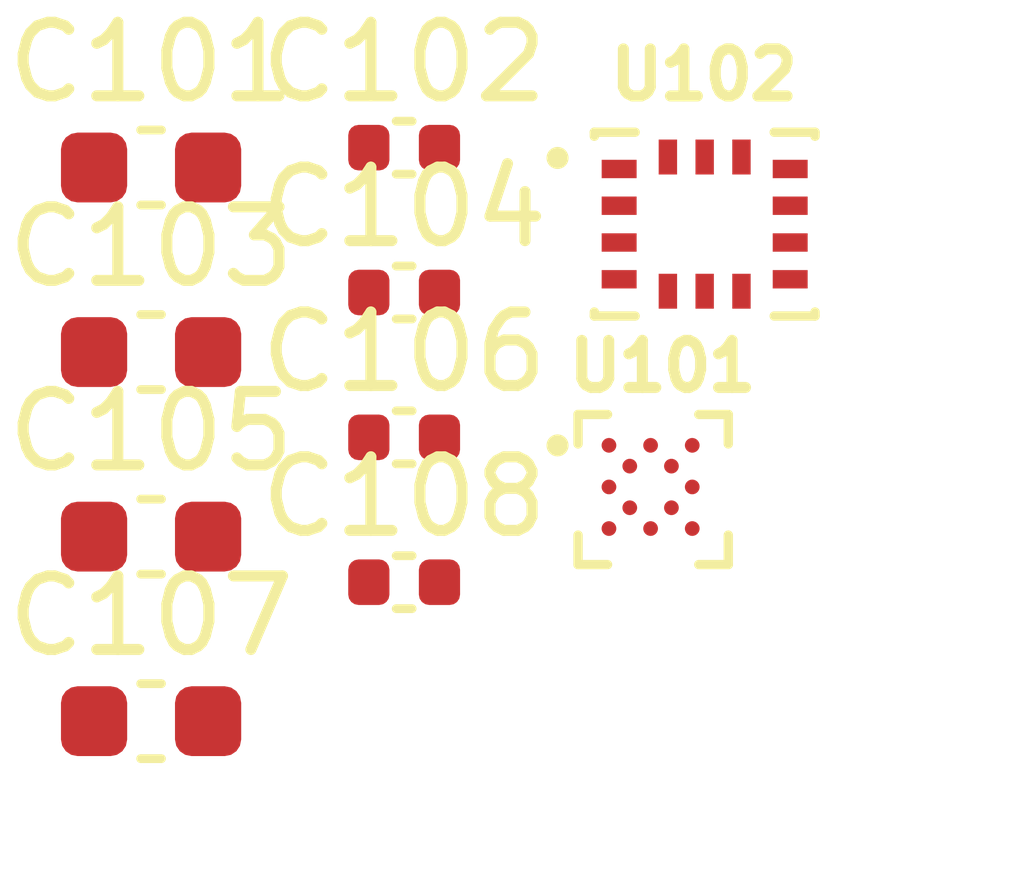
<source format=kicad_pcb>
(kicad_pcb (version 20241229) (generator "pcbnew") (generator_version "9.0")
  (layers (0 "F.Cu" signal) (2 "B.Cu" signal) (13 "F.Paste" user) (15 "B.Paste" user) (5 "F.SilkS" user "F.Silkscreen") (7 "B.SilkS" user "B.Silkscreen") (1 "F.Mask" user) (3 "B.Mask" user) (25 "Edge.Cuts" user))
  (net 0 "")
  (net 1 "GND")
  (net 2 "VDD")
  (net 3 "/SCL")
  (net 4 "/SDA")
  (footprint "Capacitor_SMD:C_0402_1005Metric" (layer "F.Cu") (at 103.515 85.2505)
    (property "Reference" "C102" (at 0 -1.16 0) (layer "F.SilkS"))
    (property "Value" "100nF")
    (fp_line (start -0.107836 -0.36) (end 0.107836 -0.36) (stroke (width 0.12)) (layer "F.SilkS"))
    (fp_line (start -0.107836 0.36) (end 0.107836 0.36) (stroke (width 0.12)) (layer "F.SilkS"))
    (pad "1" smd roundrect (at -0.48 0) (size 0.56 0.62) (layers "F.Cu" "F.Mask" "F.Paste") (net 2 "VDD"))
    (pad "2" smd roundrect (at 0.48 0) (size 0.56 0.62) (layers "F.Cu" "F.Mask" "F.Paste") (net 1 "GND"))
  )
  (footprint "Capacitor_SMD:C_0402_1005Metric" (layer "F.Cu") (at 103.515 89.1905)
    (property "Reference" "C106" (at 0 -1.16 0) (layer "F.SilkS"))
    (property "Value" "100nF")
    (fp_line (start -0.107836 -0.36) (end 0.107836 -0.36) (stroke (width 0.12)) (layer "F.SilkS"))
    (fp_line (start -0.107836 0.36) (end 0.107836 0.36) (stroke (width 0.12)) (layer "F.SilkS"))
    (pad "1" smd roundrect (at -0.48 0) (size 0.56 0.62) (layers "F.Cu" "F.Mask" "F.Paste") (net 2 "VDD"))
    (pad "2" smd roundrect (at 0.48 0) (size 0.56 0.62) (layers "F.Cu" "F.Mask" "F.Paste") (net 1 "GND"))
  )
  (footprint "Capacitor_SMD:C_0402_1005Metric" (layer "F.Cu") (at 103.515 87.2205)
    (property "Reference" "C104" (at 0 -1.16 0) (layer "F.SilkS"))
    (property "Value" "100nF")
    (fp_line (start -0.107836 -0.36) (end 0.107836 -0.36) (stroke (width 0.12)) (layer "F.SilkS"))
    (fp_line (start -0.107836 0.36) (end 0.107836 0.36) (stroke (width 0.12)) (layer "F.SilkS"))
    (pad "1" smd roundrect (at -0.48 0) (size 0.56 0.62) (layers "F.Cu" "F.Mask" "F.Paste") (net 2 "VDD"))
    (pad "2" smd roundrect (at 0.48 0) (size 0.56 0.62) (layers "F.Cu" "F.Mask" "F.Paste") (net 1 "GND"))
  )
  (footprint "WOBCLibrary:XDCR_BMM150" (layer "F.Cu") (at 106.9 89.9)
    (property "Reference" "U101" (at 0.127 -1.6764 0) (layer "F.SilkS") (effects (font (size 0.64 0.64))))
    (property "Value" "BMM150")
    (fp_line (start -1.021 -1.021) (end -1.021 -0.62) (stroke (width 0.127)) (layer "F.SilkS"))
    (fp_line (start -1.021 1.021) (end -1.021 0.62) (stroke (width 0.127)) (layer "F.SilkS"))
    (fp_line (start -0.62 -1.021) (end -1.021 -1.021) (stroke (width 0.127)) (layer "F.SilkS"))
    (fp_line (start -0.62 1.021) (end -1.021 1.021) (stroke (width 0.127)) (layer "F.SilkS"))
    (fp_line (start 0.62 -1.021) (end 1.021 -1.021) (stroke (width 0.127)) (layer "F.SilkS"))
    (fp_line (start 0.62 1.021) (end 1.021 1.021) (stroke (width 0.127)) (layer "F.SilkS"))
    (fp_line (start 1.021 -1.021) (end 1.021 -0.62) (stroke (width 0.127)) (layer "F.SilkS"))
    (fp_line (start 1.021 1.021) (end 1.021 0.62) (stroke (width 0.127)) (layer "F.SilkS"))
    (fp_circle (center -1.3 -0.6) (end -1.225 -0.6) (stroke (width 0.15)) (fill no) (layer "F.SilkS"))
    (pad "A1" smd circle (at -0.601 -0.601) (size 0.2 0.2) (layers "F.Cu" "F.Mask" "F.Paste") (net 2 "VDD"))
    (pad "A3" smd circle (at -0.035 -0.601) (size 0.2 0.2) (layers "F.Cu" "F.Mask" "F.Paste") (net 3 "/SCL"))
    (pad "A5" smd circle (at 0.531 -0.601) (size 0.2 0.2) (layers "F.Cu" "F.Mask" "F.Paste") (net 1 "GND"))
    (pad "B2" smd circle (at -0.318 -0.318) (size 0.2 0.2) (layers "F.Cu" "F.Mask" "F.Paste") (net 2 "VDD"))
    (pad "B4" smd circle (at 0.248 -0.318) (size 0.2 0.2) (layers "F.Cu" "F.Mask" "F.Paste") (net 4 "/SDA"))
    (pad "C1" smd circle (at -0.601 -0.035) (size 0.2 0.2) (layers "F.Cu" "F.Mask" "F.Paste") (net 1 "GND"))
    (pad "C5" smd circle (at 0.531 -0.035) (size 0.2 0.2) (layers "F.Cu" "F.Mask" "F.Paste") (net 1 "GND"))
    (pad "D2" smd circle (at -0.318 0.248) (size 0.2 0.2) (layers "F.Cu" "F.Mask" "F.Paste"))
    (pad "D4" smd circle (at 0.248 0.248) (size 0.2 0.2) (layers "F.Cu" "F.Mask" "F.Paste"))
    (pad "E1" smd circle (at -0.601 0.531) (size 0.2 0.2) (layers "F.Cu" "F.Mask" "F.Paste") (net 1 "GND"))
    (pad "E3" smd circle (at -0.035 0.531) (size 0.2 0.2) (layers "F.Cu" "F.Mask" "F.Paste") (net 1 "GND"))
    (pad "E5" smd circle (at 0.531 0.531) (size 0.2 0.2) (layers "F.Cu" "F.Mask" "F.Paste") (net 2 "VDD"))
  )
  (footprint "Capacitor_SMD:C_0603_1608Metric" (layer "F.Cu") (at 100.075 90.5405)
    (property "Reference" "C105" (at 0 -1.43 0) (layer "F.SilkS"))
    (property "Value" "10uF")
    (fp_line (start -0.14058 -0.51) (end 0.14058 -0.51) (stroke (width 0.12)) (layer "F.SilkS"))
    (fp_line (start -0.14058 0.51) (end 0.14058 0.51) (stroke (width 0.12)) (layer "F.SilkS"))
    (pad "1" smd roundrect (at -0.775 0) (size 0.9 0.95) (layers "F.Cu" "F.Mask" "F.Paste") (net 2 "VDD"))
    (pad "2" smd roundrect (at 0.775 0) (size 0.9 0.95) (layers "F.Cu" "F.Mask" "F.Paste") (net 1 "GND"))
  )
  (footprint "WOBCLibrary:XDCR_BMI270" (layer "F.Cu") (at 107.6 86.2905)
    (property "Reference" "U102" (at -0.008 -2.0314 0) (layer "F.SilkS") (effects (font (size 0.64 0.64))))
    (property "Value" "BMI270")
    (fp_line (start -1.5 -1.25) (end -1.5 -1.195) (stroke (width 0.127)) (layer "F.SilkS"))
    (fp_line (start -1.5 -1.25) (end -0.945 -1.25) (stroke (width 0.127)) (layer "F.SilkS"))
    (fp_line (start -1.5 1.195) (end -1.5 1.25) (stroke (width 0.127)) (layer "F.SilkS"))
    (fp_line (start -1.5 1.25) (end -0.945 1.25) (stroke (width 0.127)) (layer "F.SilkS"))
    (fp_line (start 0.945 -1.25) (end 1.5 -1.25) (stroke (width 0.127)) (layer "F.SilkS"))
    (fp_line (start 0.945 1.25) (end 1.5 1.25) (stroke (width 0.127)) (layer "F.SilkS"))
    (fp_line (start 1.5 -1.25) (end 1.5 -1.195) (stroke (width 0.127)) (layer "F.SilkS"))
    (fp_line (start 1.5 1.195) (end 1.5 1.25) (stroke (width 0.127)) (layer "F.SilkS"))
    (fp_circle (center -2 -0.9) (end -1.925 -0.9) (stroke (width 0.15)) (fill no) (layer "F.SilkS"))
    (pad "1" smd rect (at -1.1625 -0.75) (size 0.475 0.25) (layers "F.Cu" "F.Mask" "F.Paste") (net 1 "GND"))
    (pad "2" smd rect (at -1.1625 -0.25) (size 0.475 0.25) (layers "F.Cu" "F.Mask" "F.Paste") (net 2 "VDD"))
    (pad "3" smd rect (at -1.1625 0.25) (size 0.475 0.25) (layers "F.Cu" "F.Mask" "F.Paste") (net 2 "VDD"))
    (pad "4" smd rect (at -1.1625 0.75) (size 0.475 0.25) (layers "F.Cu" "F.Mask" "F.Paste"))
    (pad "5" smd rect (at -0.5 0.9125) (size 0.25 0.475) (layers "F.Cu" "F.Mask" "F.Paste") (net 2 "VDD"))
    (pad "6" smd rect (at 0 0.9125) (size 0.25 0.475) (layers "F.Cu" "F.Mask" "F.Paste") (net 1 "GND"))
    (pad "7" smd rect (at 0.5 0.9125) (size 0.25 0.475) (layers "F.Cu" "F.Mask" "F.Paste") (net 1 "GND"))
    (pad "8" smd rect (at 1.1625 0.75) (size 0.475 0.25) (layers "F.Cu" "F.Mask" "F.Paste") (net 2 "VDD"))
    (pad "9" smd rect (at 1.1625 0.25) (size 0.475 0.25) (layers "F.Cu" "F.Mask" "F.Paste"))
    (pad "10" smd rect (at 1.1625 -0.25) (size 0.475 0.25) (layers "F.Cu" "F.Mask" "F.Paste"))
    (pad "11" smd rect (at 1.1625 -0.75) (size 0.475 0.25) (layers "F.Cu" "F.Mask" "F.Paste"))
    (pad "12" smd rect (at 0.5 -0.9125) (size 0.25 0.475) (layers "F.Cu" "F.Mask" "F.Paste") (net 2 "VDD"))
    (pad "13" smd rect (at 0 -0.9125) (size 0.25 0.475) (layers "F.Cu" "F.Mask" "F.Paste") (net 3 "/SCL"))
    (pad "14" smd rect (at -0.5 -0.9125) (size 0.25 0.475) (layers "F.Cu" "F.Mask" "F.Paste") (net 4 "/SDA"))
  )
  (footprint "Capacitor_SMD:C_0603_1608Metric" (layer "F.Cu") (at 100.075 88.0305)
    (property "Reference" "C103" (at 0 -1.43 0) (layer "F.SilkS"))
    (property "Value" "10uF")
    (fp_line (start -0.14058 -0.51) (end 0.14058 -0.51) (stroke (width 0.12)) (layer "F.SilkS"))
    (fp_line (start -0.14058 0.51) (end 0.14058 0.51) (stroke (width 0.12)) (layer "F.SilkS"))
    (pad "1" smd roundrect (at -0.775 0) (size 0.9 0.95) (layers "F.Cu" "F.Mask" "F.Paste") (net 2 "VDD"))
    (pad "2" smd roundrect (at 0.775 0) (size 0.9 0.95) (layers "F.Cu" "F.Mask" "F.Paste") (net 1 "GND"))
  )
  (footprint "Capacitor_SMD:C_0603_1608Metric" (layer "F.Cu") (at 100.075 93.0505)
    (property "Reference" "C107" (at 0 -1.43 0) (layer "F.SilkS"))
    (property "Value" "10uF")
    (fp_line (start -0.14058 -0.51) (end 0.14058 -0.51) (stroke (width 0.12)) (layer "F.SilkS"))
    (fp_line (start -0.14058 0.51) (end 0.14058 0.51) (stroke (width 0.12)) (layer "F.SilkS"))
    (pad "1" smd roundrect (at -0.775 0) (size 0.9 0.95) (layers "F.Cu" "F.Mask" "F.Paste") (net 2 "VDD"))
    (pad "2" smd roundrect (at 0.775 0) (size 0.9 0.95) (layers "F.Cu" "F.Mask" "F.Paste") (net 1 "GND"))
  )
  (footprint "Capacitor_SMD:C_0402_1005Metric" (layer "F.Cu") (at 103.515 91.1605)
    (property "Reference" "C108" (at 0 -1.16 0) (layer "F.SilkS"))
    (property "Value" "100nF")
    (fp_line (start -0.107836 -0.36) (end 0.107836 -0.36) (stroke (width 0.12)) (layer "F.SilkS"))
    (fp_line (start -0.107836 0.36) (end 0.107836 0.36) (stroke (width 0.12)) (layer "F.SilkS"))
    (pad "1" smd roundrect (at -0.48 0) (size 0.56 0.62) (layers "F.Cu" "F.Mask" "F.Paste") (net 2 "VDD"))
    (pad "2" smd roundrect (at 0.48 0) (size 0.56 0.62) (layers "F.Cu" "F.Mask" "F.Paste") (net 1 "GND"))
  )
  (footprint "Capacitor_SMD:C_0603_1608Metric" (layer "F.Cu") (at 100.075 85.5205)
    (property "Reference" "C101" (at 0 -1.43 0) (layer "F.SilkS"))
    (property "Value" "10uF")
    (fp_line (start -0.14058 -0.51) (end 0.14058 -0.51) (stroke (width 0.12)) (layer "F.SilkS"))
    (fp_line (start -0.14058 0.51) (end 0.14058 0.51) (stroke (width 0.12)) (layer "F.SilkS"))
    (pad "1" smd roundrect (at -0.775 0) (size 0.9 0.95) (layers "F.Cu" "F.Mask" "F.Paste") (net 2 "VDD"))
    (pad "2" smd roundrect (at 0.775 0) (size 0.9 0.95) (layers "F.Cu" "F.Mask" "F.Paste") (net 1 "GND"))
  )
)
</source>
